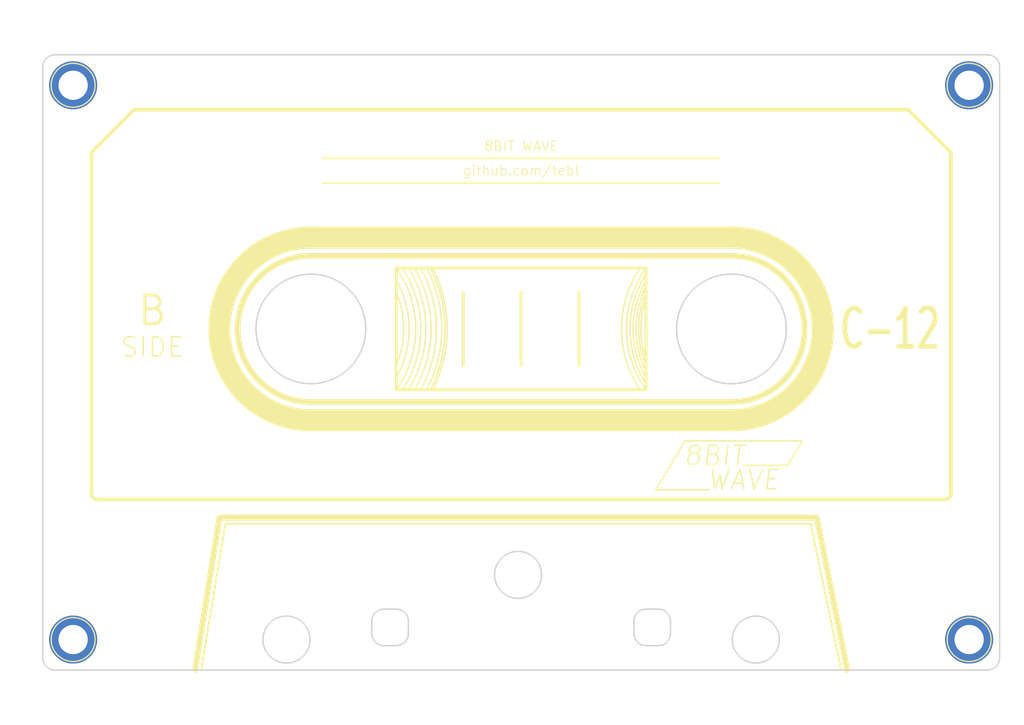
<source format=kicad_pcb>
(kicad_pcb (version 20171130) (host pcbnew "(5.1.5)-3")

  (general
    (thickness 1.6)
    (drawings 86)
    (tracks 0)
    (zones 0)
    (modules 5)
    (nets 2)
  )

  (page A4)
  (layers
    (0 F.Cu signal)
    (31 B.Cu signal)
    (32 B.Adhes user)
    (33 F.Adhes user)
    (34 B.Paste user)
    (35 F.Paste user)
    (36 B.SilkS user)
    (37 F.SilkS user)
    (38 B.Mask user)
    (39 F.Mask user)
    (40 Dwgs.User user)
    (41 Cmts.User user)
    (42 Eco1.User user)
    (43 Eco2.User user)
    (44 Edge.Cuts user)
    (45 Margin user)
    (46 B.CrtYd user)
    (47 F.CrtYd user)
    (48 B.Fab user hide)
    (49 F.Fab user hide)
  )

  (setup
    (last_trace_width 0.25)
    (trace_clearance 0.2)
    (zone_clearance 0.508)
    (zone_45_only no)
    (trace_min 0.2)
    (via_size 0.6)
    (via_drill 0.4)
    (via_min_size 0.4)
    (via_min_drill 0.3)
    (uvia_size 0.3)
    (uvia_drill 0.1)
    (uvias_allowed no)
    (uvia_min_size 0.2)
    (uvia_min_drill 0.1)
    (edge_width 0.15)
    (segment_width 0.2)
    (pcb_text_width 0.3)
    (pcb_text_size 1.5 1.5)
    (mod_edge_width 0.15)
    (mod_text_size 1 1)
    (mod_text_width 0.15)
    (pad_size 1.524 1.524)
    (pad_drill 0.762)
    (pad_to_mask_clearance 0.2)
    (aux_axis_origin 0 0)
    (visible_elements 7FFFFFFF)
    (pcbplotparams
      (layerselection 0x011fc_ffffffff)
      (usegerberextensions true)
      (usegerberattributes false)
      (usegerberadvancedattributes false)
      (creategerberjobfile false)
      (excludeedgelayer true)
      (linewidth 0.100000)
      (plotframeref false)
      (viasonmask false)
      (mode 1)
      (useauxorigin false)
      (hpglpennumber 1)
      (hpglpenspeed 20)
      (hpglpendiameter 15.000000)
      (psnegative false)
      (psa4output false)
      (plotreference true)
      (plotvalue true)
      (plotinvisibletext false)
      (padsonsilk false)
      (subtractmaskfromsilk false)
      (outputformat 1)
      (mirror false)
      (drillshape 0)
      (scaleselection 1)
      (outputdirectory "export/"))
  )

  (net 0 "")
  (net 1 GND)

  (net_class Default "This is the default net class."
    (clearance 0.2)
    (trace_width 0.25)
    (via_dia 0.6)
    (via_drill 0.4)
    (uvia_dia 0.3)
    (uvia_drill 0.1)
  )

  (module mounting:M3 (layer F.Cu) (tedit 5D61810C) (tstamp 5E3B69D4)
    (at 73.66 139.065)
    (descr "module 1 pin (ou trou mecanique de percage)")
    (tags DEV)
    (path /5E3B603D)
    (fp_text reference M1 (at 0 -3.048) (layer F.Fab) hide
      (effects (font (size 1 1) (thickness 0.15)))
    )
    (fp_text value Mounting (at 0 3) (layer F.Fab) hide
      (effects (font (size 1 1) (thickness 0.15)))
    )
    (fp_circle (center 0 0) (end 2 0.8) (layer F.Fab) (width 0.1))
    (fp_circle (center 0 0) (end 2.6 0) (layer F.CrtYd) (width 0.05))
    (fp_circle (center 0 0) (end 0 -2.286) (layer F.SilkS) (width 0.12))
    (pad 1 thru_hole circle (at 0 0) (size 5 5) (drill 3.048) (layers *.Cu *.Mask))
  )

  (module mounting:M3 (layer F.Cu) (tedit 5D61810C) (tstamp 5E3B69D8)
    (at 167.005 139.065)
    (descr "module 1 pin (ou trou mecanique de percage)")
    (tags DEV)
    (path /5E3B604F)
    (fp_text reference M2 (at 0 -3.048) (layer F.Fab) hide
      (effects (font (size 1 1) (thickness 0.15)))
    )
    (fp_text value Mounting (at 0 3) (layer F.Fab) hide
      (effects (font (size 1 1) (thickness 0.15)))
    )
    (fp_circle (center 0 0) (end 2 0.8) (layer F.Fab) (width 0.1))
    (fp_circle (center 0 0) (end 2.6 0) (layer F.CrtYd) (width 0.05))
    (fp_circle (center 0 0) (end 0 -2.286) (layer F.SilkS) (width 0.12))
    (pad 1 thru_hole circle (at 0 0) (size 5 5) (drill 3.048) (layers *.Cu *.Mask))
  )

  (module mounting:M3 (layer F.Cu) (tedit 5D61810C) (tstamp 5E3B69DC)
    (at 167.005 81.28)
    (descr "module 1 pin (ou trou mecanique de percage)")
    (tags DEV)
    (path /5E3B605A)
    (fp_text reference M3 (at 0 -3.048) (layer F.Fab) hide
      (effects (font (size 1 1) (thickness 0.15)))
    )
    (fp_text value Mounting (at 0 3) (layer F.Fab) hide
      (effects (font (size 1 1) (thickness 0.15)))
    )
    (fp_circle (center 0 0) (end 2 0.8) (layer F.Fab) (width 0.1))
    (fp_circle (center 0 0) (end 2.6 0) (layer F.CrtYd) (width 0.05))
    (fp_circle (center 0 0) (end 0 -2.286) (layer F.SilkS) (width 0.12))
    (pad 1 thru_hole circle (at 0 0) (size 5 5) (drill 3.048) (layers *.Cu *.Mask))
  )

  (module mounting:M3 (layer F.Cu) (tedit 5D61810C) (tstamp 5E3B69E0)
    (at 73.66 81.28)
    (descr "module 1 pin (ou trou mecanique de percage)")
    (tags DEV)
    (path /5E3B6065)
    (fp_text reference M4 (at 0 -3.048) (layer F.Fab) hide
      (effects (font (size 1 1) (thickness 0.15)))
    )
    (fp_text value Mounting (at 0 3) (layer F.Fab) hide
      (effects (font (size 1 1) (thickness 0.15)))
    )
    (fp_circle (center 0 0) (end 2 0.8) (layer F.Fab) (width 0.1))
    (fp_circle (center 0 0) (end 2.6 0) (layer F.CrtYd) (width 0.05))
    (fp_circle (center 0 0) (end 0 -2.286) (layer F.SilkS) (width 0.12))
    (pad 1 thru_hole circle (at 0 0) (size 5 5) (drill 3.048) (layers *.Cu *.Mask))
  )

  (module icons:logo locked (layer F.Cu) (tedit 5E3F3AAC) (tstamp 5E3F4EA5)
    (at 141.986 119.888)
    (fp_text reference REF** (at -4.445 2.54) (layer F.SilkS) hide
      (effects (font (size 1 1) (thickness 0.15)))
    )
    (fp_text value logo (at 5.08 -0.635) (layer F.Fab) hide
      (effects (font (size 1 1) (thickness 0.15)))
    )
    (fp_line (start 1.524 1.016) (end 6.096 1.016) (layer F.SilkS) (width 0.15))
    (fp_line (start -7.62 3.556) (end -4.572 -1.524) (layer F.SilkS) (width 0.15))
    (fp_line (start 6.096 1.016) (end 7.62 -1.524) (layer F.SilkS) (width 0.15))
    (fp_text user WAVE (at 1.524 2.54) (layer F.SilkS)
      (effects (font (size 2 2) (thickness 0.15) italic))
    )
    (fp_line (start -7.62 3.556) (end -2.032 3.556) (layer F.SilkS) (width 0.15))
    (fp_line (start 7.62 -1.524) (end -4.572 -1.524) (layer F.SilkS) (width 0.15))
    (fp_text user 8BIT (at -1.524 0) (layer F.SilkS)
      (effects (font (size 2 2) (thickness 0.15) italic))
    )
  )

  (gr_arc (start 98.425 106.68) (end 107.314999 110.489999) (angle -46.39718103) (layer F.SilkS) (width 0.15))
  (gr_line (start 120.32 102.87) (end 120.32 110.49) (layer F.SilkS) (width 0.3))
  (gr_line (start 126.365 102.87) (end 126.365 110.49) (layer F.SilkS) (width 0.3))
  (gr_line (start 114.3 102.87) (end 114.3 110.49) (layer F.SilkS) (width 0.3))
  (gr_line (start 107.315 113.03) (end 107.314999 100.330001) (layer F.SilkS) (width 0.3) (tstamp 5E5EBAF4))
  (gr_line (start 133.35 113.03) (end 133.35 100.33) (layer F.SilkS) (width 0.3) (tstamp 5E5EBAD7))
  (gr_arc (start 142.24 106.68) (end 133.350001 102.235001) (angle -53.13010235) (layer F.SilkS) (width 0.15))
  (gr_arc (start 142.24 106.68) (end 133.350001 103.505001) (angle -39.30764812) (layer F.SilkS) (width 0.15))
  (gr_arc (start 142.24 106.68) (end 133.350001 102.870001) (angle -46.39718103) (layer F.SilkS) (width 0.15))
  (gr_arc (start 142.24 106.68) (end 133.350001 101.600001) (angle -59.48976259) (layer F.SilkS) (width 0.15))
  (gr_arc (start 142.24 106.68) (end 133.350001 100.965001) (angle -65.47045254) (layer F.SilkS) (width 0.15))
  (gr_arc (start 142.24 106.68) (end 133.350001 100.330001) (angle -71.07535558) (layer F.SilkS) (width 0.15))
  (gr_arc (start 142.24 106.68) (end 132.715001 100.330001) (angle -67.38013505) (layer F.SilkS) (width 0.15))
  (gr_arc (start 98.425 106.68) (end 107.314999 111.759999) (angle -59.48976259) (layer F.SilkS) (width 0.15))
  (gr_arc (start 98.425 106.68) (end 107.314999 113.029999) (angle -71.07535558) (layer F.SilkS) (width 0.15))
  (gr_arc (start 98.425 106.68) (end 107.949999 113.029999) (angle -67.38013505) (layer F.SilkS) (width 0.15))
  (gr_arc (start 98.425 106.68) (end 109.219999 113.029999) (angle -60.93108984) (layer F.SilkS) (width 0.15))
  (gr_arc (start 98.425 106.68) (end 108.584999 113.029999) (angle -64.01076642) (layer F.SilkS) (width 0.15))
  (gr_arc (start 98.425 106.68) (end 109.854999 113.029999) (angle -58.1092082) (layer F.SilkS) (width 0.15))
  (gr_arc (start 98.425 106.68) (end 110.870999 113.029999) (angle -53.83169521) (layer F.SilkS) (width 0.15))
  (gr_arc (start 98.425 106.68) (end 110.489999 113.029999) (angle -55.5170812) (layer F.SilkS) (width 0.15))
  (gr_arc (start 98.425 106.68) (end 111.124999 113.029999) (angle -53.13010235) (layer F.SilkS) (width 0.15))
  (gr_line (start 133.35 113.03) (end 107.315 113.03) (layer F.SilkS) (width 0.3))
  (gr_line (start 107.315 100.33) (end 133.35 100.33) (layer F.SilkS) (width 0.3))
  (gr_line (start 135.89 137.16) (end 135.89 138.43) (layer Edge.Cuts) (width 0.15) (tstamp 5E5EA8DB))
  (gr_line (start 133.35 135.89) (end 134.62 135.89) (layer Edge.Cuts) (width 0.15) (tstamp 5E5EA8D8))
  (gr_line (start 132.08 138.43) (end 132.08 137.16) (layer Edge.Cuts) (width 0.15) (tstamp 5E5EA8D6))
  (gr_line (start 134.62 139.7) (end 133.35 139.7) (layer Edge.Cuts) (width 0.15) (tstamp 5E5EA8D3))
  (gr_line (start 106.045 135.89) (end 107.315 135.89) (layer Edge.Cuts) (width 0.15) (tstamp 5E5EA8CE))
  (gr_line (start 107.315 139.7) (end 106.045 139.7) (layer Edge.Cuts) (width 0.15) (tstamp 5E5EA8CA))
  (gr_line (start 108.585 137.16) (end 108.585 138.43) (layer Edge.Cuts) (width 0.15) (tstamp 5E5EA8C6))
  (gr_line (start 104.775 138.43) (end 104.775 137.16) (layer Edge.Cuts) (width 0.15) (tstamp 5E5EA8C2))
  (gr_arc (start 133.35 138.43) (end 132.08 138.43) (angle -90) (layer Edge.Cuts) (width 0.15) (tstamp 5E5EA881))
  (gr_arc (start 133.35 137.16) (end 133.35 135.89) (angle -90) (layer Edge.Cuts) (width 0.15) (tstamp 5E5EA881))
  (gr_arc (start 134.62 138.43) (end 134.62 139.7) (angle -90) (layer Edge.Cuts) (width 0.15) (tstamp 5E5EA881))
  (gr_arc (start 134.62 137.16) (end 135.89 137.16) (angle -90) (layer Edge.Cuts) (width 0.15) (tstamp 5E5EA881))
  (gr_arc (start 107.315 138.43) (end 107.315 139.7) (angle -90) (layer Edge.Cuts) (width 0.15) (tstamp 5E5EA881))
  (gr_arc (start 106.045 138.43) (end 104.775 138.43) (angle -90) (layer Edge.Cuts) (width 0.15) (tstamp 5E5EA881))
  (gr_arc (start 106.045 137.16) (end 106.045 135.89) (angle -90) (layer Edge.Cuts) (width 0.15) (tstamp 5E5EA881))
  (gr_arc (start 107.315 137.16) (end 108.585 137.16) (angle -90) (layer Edge.Cuts) (width 0.15))
  (gr_circle (center 144.78 139.065) (end 147.23 139.065) (layer Edge.Cuts) (width 0.15) (tstamp 5E5EA010))
  (gr_circle (center 95.885 139.065) (end 98.335 139.065) (layer Edge.Cuts) (width 0.15) (tstamp 5E5EA4E7))
  (gr_circle (center 120.015 132.32) (end 122.465 132.32) (layer Edge.Cuts) (width 0.15))
  (gr_text B (at 81.915 104.775) (layer F.SilkS)
    (effects (font (size 3 3) (thickness 0.3)))
  )
  (gr_arc (start 98.425 106.68) (end 98.425 116.205) (angle 90) (layer F.SilkS) (width 2.3))
  (gr_arc (start 98.425 106.68) (end 88.9 106.68) (angle 90) (layer F.SilkS) (width 2.3))
  (gr_arc (start 142.24 106.68) (end 151.765 106.68) (angle 90) (layer F.SilkS) (width 2.3))
  (gr_arc (start 142.24 106.68) (end 142.24 97.155) (angle 90) (layer F.SilkS) (width 2.3))
  (gr_line (start 98.425 97.155) (end 142.24 97.155) (angle 90) (layer F.SilkS) (width 2.3))
  (gr_line (start 98.425 116.205) (end 142.24 116.205) (angle 90) (layer F.SilkS) (width 2.3))
  (gr_line (start 76.2 124.46) (end 164.465 124.46) (angle 90) (layer F.SilkS) (width 0.4))
  (gr_line (start 142.24 99.06) (end 98.425 99.06) (angle 90) (layer F.SilkS) (width 0.6))
  (gr_line (start 98.425 114.3) (end 142.24 114.3) (angle 90) (layer F.SilkS) (width 0.6))
  (gr_arc (start 98.425 106.68) (end 98.425 114.3) (angle 90) (layer F.SilkS) (width 0.6))
  (gr_circle (center 142.24 106.68) (end 147.955 106.68) (layer Edge.Cuts) (width 0.15))
  (gr_circle (center 98.425 106.68) (end 104.14 106.68) (layer Edge.Cuts) (width 0.15))
  (gr_text C-12 (at 158.75 106.68) (layer F.SilkS)
    (effects (font (size 4 2.5) (thickness 0.5)))
  )
  (gr_text SIDE (at 81.915 108.585) (layer F.SilkS) (tstamp 5E5E89C0)
    (effects (font (size 2 2) (thickness 0.15)))
  )
  (gr_line (start 99.695 88.9) (end 140.97 88.9) (angle 90) (layer F.SilkS) (width 0.2))
  (gr_line (start 99.695 91.44) (end 140.97 91.44) (angle 90) (layer F.SilkS) (width 0.2))
  (gr_text github.com/tebl (at 120.3325 90.17) (layer F.SilkS)
    (effects (font (size 1 1) (thickness 0.1)))
  )
  (gr_text "8BIT WAVE" (at 120.3325 87.63) (layer F.SilkS)
    (effects (font (size 1 1) (thickness 0.1)))
  )
  (gr_line (start 153.67 142.24) (end 150.495 127) (angle 90) (layer F.SilkS) (width 0.2))
  (gr_line (start 86.995 142.24) (end 89.53 127) (angle 90) (layer F.SilkS) (width 0.2))
  (gr_line (start 150.495 127) (end 89.535 127) (angle 90) (layer F.SilkS) (width 0.2))
  (gr_arc (start 142.24 106.68) (end 142.24 99.06) (angle 90) (layer F.SilkS) (width 0.6))
  (gr_arc (start 142.24 106.68) (end 149.86 106.68) (angle 90) (layer F.SilkS) (width 0.6))
  (gr_arc (start 98.425 106.68) (end 90.805 106.68) (angle 90) (layer F.SilkS) (width 0.6))
  (gr_line (start 160.655 83.82) (end 80.01 83.82) (angle 90) (layer F.SilkS) (width 0.4))
  (gr_line (start 165.1 123.825) (end 165.1 88.265) (angle 90) (layer F.SilkS) (width 0.4))
  (gr_arc (start 164.465 123.825) (end 165.1 123.825) (angle 90) (layer F.SilkS) (width 0.4))
  (gr_line (start 75.565 123.825) (end 75.565 88.265) (angle 90) (layer F.SilkS) (width 0.4))
  (gr_arc (start 76.2 123.825) (end 76.2 124.46) (angle 90) (layer F.SilkS) (width 0.4))
  (gr_line (start 160.655 83.82) (end 165.1 88.265) (angle 90) (layer F.SilkS) (width 0.4))
  (gr_line (start 80.01 83.82) (end 75.565 88.265) (angle 90) (layer F.SilkS) (width 0.4))
  (gr_line (start 88.9 126.365) (end 151.13 126.365) (angle 90) (layer F.SilkS) (width 0.6))
  (gr_line (start 88.9 126.365) (end 86.36 142.24) (angle 90) (layer F.SilkS) (width 0.6))
  (gr_line (start 151.13 126.365) (end 154.305 142.24) (angle 90) (layer F.SilkS) (width 0.6))
  (gr_line (start 70.485 79.375) (end 70.485 140.97) (angle 90) (layer Edge.Cuts) (width 0.15))
  (gr_line (start 168.91 78.105) (end 71.755 78.105) (angle 90) (layer Edge.Cuts) (width 0.15))
  (gr_arc (start 71.755 79.375) (end 70.485 79.375) (angle 90) (layer Edge.Cuts) (width 0.15))
  (gr_arc (start 168.91 79.375) (end 168.91 78.105) (angle 90) (layer Edge.Cuts) (width 0.15))
  (gr_line (start 170.18 140.97) (end 170.18 79.375) (angle 90) (layer Edge.Cuts) (width 0.15))
  (gr_arc (start 168.91 140.97) (end 170.18 140.97) (angle 90) (layer Edge.Cuts) (width 0.15))
  (gr_line (start 71.755 142.24) (end 168.91 142.24) (angle 90) (layer Edge.Cuts) (width 0.15))
  (gr_arc (start 71.755 140.97) (end 71.755 142.24) (angle 90) (layer Edge.Cuts) (width 0.15))

  (zone (net 1) (net_name GND) (layer B.Cu) (tstamp 5E5EBE22) (hatch edge 0.508)
    (connect_pads (clearance 0.508))
    (min_thickness 0.254)
    (fill yes (arc_segments 16) (thermal_gap 0.508) (thermal_bridge_width 0.508))
    (polygon
      (pts
        (xy 66.04 72.39) (xy 172.72 72.39) (xy 172.72 147.955) (xy 66.04 147.955)
      )
    )
  )
  (zone (net 0) (net_name "") (layer B.Cu) (tstamp 5E3F316D) (hatch edge 0.508)
    (connect_pads (clearance 0.508))
    (min_thickness 0.254)
    (keepout (tracks allowed) (vias allowed) (copperpour not_allowed))
    (fill (arc_segments 16) (thermal_gap 0.508) (thermal_bridge_width 0.508))
    (polygon
      (pts
        (xy 86.36 142.24) (xy 88.9 126.365) (xy 151.13 126.365) (xy 154.305 142.24)
      )
    )
  )
)

</source>
